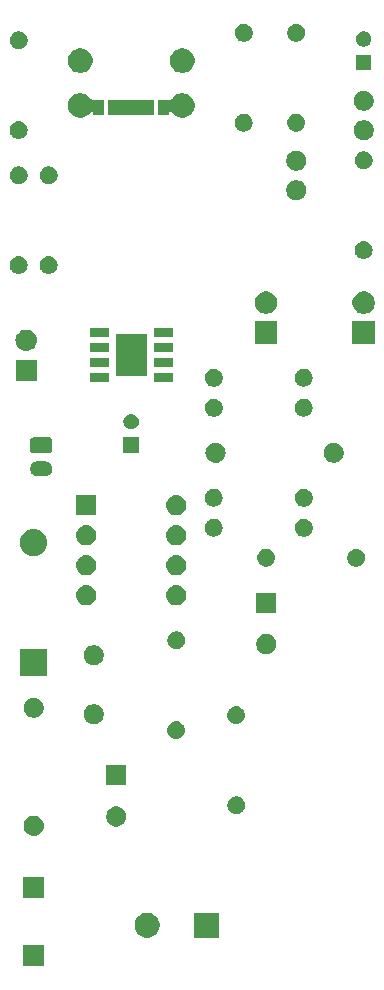
<source format=gbr>
G04 #@! TF.GenerationSoftware,KiCad,Pcbnew,(5.1.2)-2*
G04 #@! TF.CreationDate,2019-08-13T00:16:00-07:00*
G04 #@! TF.ProjectId,PiPowerSystem,5069506f-7765-4725-9379-7374656d2e6b,rev?*
G04 #@! TF.SameCoordinates,Original*
G04 #@! TF.FileFunction,Soldermask,Top*
G04 #@! TF.FilePolarity,Negative*
%FSLAX46Y46*%
G04 Gerber Fmt 4.6, Leading zero omitted, Abs format (unit mm)*
G04 Created by KiCad (PCBNEW (5.1.2)-2) date 2019-08-13 00:16:00*
%MOMM*%
%LPD*%
G04 APERTURE LIST*
%ADD10C,0.100000*%
G04 APERTURE END LIST*
D10*
G36*
X130441000Y-140601000D02*
G01*
X128639000Y-140601000D01*
X128639000Y-138799000D01*
X130441000Y-138799000D01*
X130441000Y-140601000D01*
X130441000Y-140601000D01*
G37*
G36*
X145196000Y-138211000D02*
G01*
X143094000Y-138211000D01*
X143094000Y-136109000D01*
X145196000Y-136109000D01*
X145196000Y-138211000D01*
X145196000Y-138211000D01*
G37*
G36*
X139451564Y-136149389D02*
G01*
X139642833Y-136228615D01*
X139642835Y-136228616D01*
X139814973Y-136343635D01*
X139961365Y-136490027D01*
X140076385Y-136662167D01*
X140155611Y-136853436D01*
X140196000Y-137056484D01*
X140196000Y-137263516D01*
X140155611Y-137466564D01*
X140076385Y-137657833D01*
X140076384Y-137657835D01*
X139961365Y-137829973D01*
X139814973Y-137976365D01*
X139642835Y-138091384D01*
X139642834Y-138091385D01*
X139642833Y-138091385D01*
X139451564Y-138170611D01*
X139248516Y-138211000D01*
X139041484Y-138211000D01*
X138838436Y-138170611D01*
X138647167Y-138091385D01*
X138647166Y-138091385D01*
X138647165Y-138091384D01*
X138475027Y-137976365D01*
X138328635Y-137829973D01*
X138213616Y-137657835D01*
X138213615Y-137657833D01*
X138134389Y-137466564D01*
X138094000Y-137263516D01*
X138094000Y-137056484D01*
X138134389Y-136853436D01*
X138213615Y-136662167D01*
X138328635Y-136490027D01*
X138475027Y-136343635D01*
X138647165Y-136228616D01*
X138647167Y-136228615D01*
X138838436Y-136149389D01*
X139041484Y-136109000D01*
X139248516Y-136109000D01*
X139451564Y-136149389D01*
X139451564Y-136149389D01*
G37*
G36*
X130441000Y-134886000D02*
G01*
X128639000Y-134886000D01*
X128639000Y-133084000D01*
X130441000Y-133084000D01*
X130441000Y-134886000D01*
X130441000Y-134886000D01*
G37*
G36*
X129706823Y-127906313D02*
G01*
X129867242Y-127954976D01*
X129999906Y-128025886D01*
X130015078Y-128033996D01*
X130144659Y-128140341D01*
X130251004Y-128269922D01*
X130251005Y-128269924D01*
X130330024Y-128417758D01*
X130378687Y-128578177D01*
X130395117Y-128745000D01*
X130378687Y-128911823D01*
X130330024Y-129072242D01*
X130259114Y-129204906D01*
X130251004Y-129220078D01*
X130144659Y-129349659D01*
X130015078Y-129456004D01*
X130015076Y-129456005D01*
X129867242Y-129535024D01*
X129706823Y-129583687D01*
X129581804Y-129596000D01*
X129498196Y-129596000D01*
X129373177Y-129583687D01*
X129212758Y-129535024D01*
X129064924Y-129456005D01*
X129064922Y-129456004D01*
X128935341Y-129349659D01*
X128828996Y-129220078D01*
X128820886Y-129204906D01*
X128749976Y-129072242D01*
X128701313Y-128911823D01*
X128684883Y-128745000D01*
X128701313Y-128578177D01*
X128749976Y-128417758D01*
X128828995Y-128269924D01*
X128828996Y-128269922D01*
X128935341Y-128140341D01*
X129064922Y-128033996D01*
X129080094Y-128025886D01*
X129212758Y-127954976D01*
X129373177Y-127906313D01*
X129498196Y-127894000D01*
X129581804Y-127894000D01*
X129706823Y-127906313D01*
X129706823Y-127906313D01*
G37*
G36*
X136773228Y-127141703D02*
G01*
X136928100Y-127205853D01*
X137067481Y-127298985D01*
X137186015Y-127417519D01*
X137279147Y-127556900D01*
X137343297Y-127711772D01*
X137376000Y-127876184D01*
X137376000Y-128043816D01*
X137343297Y-128208228D01*
X137279147Y-128363100D01*
X137186015Y-128502481D01*
X137067481Y-128621015D01*
X136928100Y-128714147D01*
X136773228Y-128778297D01*
X136608816Y-128811000D01*
X136441184Y-128811000D01*
X136276772Y-128778297D01*
X136121900Y-128714147D01*
X135982519Y-128621015D01*
X135863985Y-128502481D01*
X135770853Y-128363100D01*
X135706703Y-128208228D01*
X135674000Y-128043816D01*
X135674000Y-127876184D01*
X135706703Y-127711772D01*
X135770853Y-127556900D01*
X135863985Y-127417519D01*
X135982519Y-127298985D01*
X136121900Y-127205853D01*
X136276772Y-127141703D01*
X136441184Y-127109000D01*
X136608816Y-127109000D01*
X136773228Y-127141703D01*
X136773228Y-127141703D01*
G37*
G36*
X146904059Y-126277860D02*
G01*
X147040732Y-126334472D01*
X147163735Y-126416660D01*
X147268340Y-126521265D01*
X147268341Y-126521267D01*
X147350529Y-126644270D01*
X147407140Y-126780941D01*
X147436000Y-126926032D01*
X147436000Y-127073968D01*
X147407140Y-127219059D01*
X147374034Y-127298985D01*
X147350528Y-127355732D01*
X147268340Y-127478735D01*
X147163735Y-127583340D01*
X147040732Y-127665528D01*
X147040731Y-127665529D01*
X147040730Y-127665529D01*
X146904059Y-127722140D01*
X146758968Y-127751000D01*
X146611032Y-127751000D01*
X146465941Y-127722140D01*
X146329270Y-127665529D01*
X146329269Y-127665529D01*
X146329268Y-127665528D01*
X146206265Y-127583340D01*
X146101660Y-127478735D01*
X146019472Y-127355732D01*
X145995967Y-127298985D01*
X145962860Y-127219059D01*
X145934000Y-127073968D01*
X145934000Y-126926032D01*
X145962860Y-126780941D01*
X146019471Y-126644270D01*
X146101659Y-126521267D01*
X146101660Y-126521265D01*
X146206265Y-126416660D01*
X146329268Y-126334472D01*
X146465941Y-126277860D01*
X146611032Y-126249000D01*
X146758968Y-126249000D01*
X146904059Y-126277860D01*
X146904059Y-126277860D01*
G37*
G36*
X137376000Y-125311000D02*
G01*
X135674000Y-125311000D01*
X135674000Y-123609000D01*
X137376000Y-123609000D01*
X137376000Y-125311000D01*
X137376000Y-125311000D01*
G37*
G36*
X141678665Y-119902622D02*
G01*
X141752222Y-119909867D01*
X141893786Y-119952810D01*
X142024252Y-120022546D01*
X142054040Y-120046992D01*
X142138607Y-120116393D01*
X142208008Y-120200960D01*
X142232454Y-120230748D01*
X142302190Y-120361214D01*
X142345133Y-120502778D01*
X142359633Y-120650000D01*
X142345133Y-120797222D01*
X142302190Y-120938786D01*
X142232454Y-121069252D01*
X142208008Y-121099040D01*
X142138607Y-121183607D01*
X142054040Y-121253008D01*
X142024252Y-121277454D01*
X141893786Y-121347190D01*
X141752222Y-121390133D01*
X141678665Y-121397378D01*
X141641888Y-121401000D01*
X141568112Y-121401000D01*
X141531335Y-121397378D01*
X141457778Y-121390133D01*
X141316214Y-121347190D01*
X141185748Y-121277454D01*
X141155960Y-121253008D01*
X141071393Y-121183607D01*
X141001992Y-121099040D01*
X140977546Y-121069252D01*
X140907810Y-120938786D01*
X140864867Y-120797222D01*
X140850367Y-120650000D01*
X140864867Y-120502778D01*
X140907810Y-120361214D01*
X140977546Y-120230748D01*
X141001992Y-120200960D01*
X141071393Y-120116393D01*
X141155960Y-120046992D01*
X141185748Y-120022546D01*
X141316214Y-119952810D01*
X141457778Y-119909867D01*
X141531335Y-119902622D01*
X141568112Y-119899000D01*
X141641888Y-119899000D01*
X141678665Y-119902622D01*
X141678665Y-119902622D01*
G37*
G36*
X134868228Y-118481703D02*
G01*
X135023100Y-118545853D01*
X135162481Y-118638985D01*
X135281015Y-118757519D01*
X135374147Y-118896900D01*
X135438297Y-119051772D01*
X135471000Y-119216184D01*
X135471000Y-119383816D01*
X135438297Y-119548228D01*
X135374147Y-119703100D01*
X135281015Y-119842481D01*
X135162481Y-119961015D01*
X135023100Y-120054147D01*
X134868228Y-120118297D01*
X134703816Y-120151000D01*
X134536184Y-120151000D01*
X134371772Y-120118297D01*
X134216900Y-120054147D01*
X134077519Y-119961015D01*
X133958985Y-119842481D01*
X133865853Y-119703100D01*
X133801703Y-119548228D01*
X133769000Y-119383816D01*
X133769000Y-119216184D01*
X133801703Y-119051772D01*
X133865853Y-118896900D01*
X133958985Y-118757519D01*
X134077519Y-118638985D01*
X134216900Y-118545853D01*
X134371772Y-118481703D01*
X134536184Y-118449000D01*
X134703816Y-118449000D01*
X134868228Y-118481703D01*
X134868228Y-118481703D01*
G37*
G36*
X146758665Y-118632622D02*
G01*
X146832222Y-118639867D01*
X146973786Y-118682810D01*
X147104252Y-118752546D01*
X147134040Y-118776992D01*
X147218607Y-118846393D01*
X147260058Y-118896903D01*
X147312454Y-118960748D01*
X147382190Y-119091214D01*
X147425133Y-119232778D01*
X147439633Y-119380000D01*
X147425133Y-119527222D01*
X147382190Y-119668786D01*
X147312454Y-119799252D01*
X147288008Y-119829040D01*
X147218607Y-119913607D01*
X147134040Y-119983008D01*
X147104252Y-120007454D01*
X146973786Y-120077190D01*
X146832222Y-120120133D01*
X146758665Y-120127378D01*
X146721888Y-120131000D01*
X146648112Y-120131000D01*
X146611335Y-120127378D01*
X146537778Y-120120133D01*
X146396214Y-120077190D01*
X146265748Y-120007454D01*
X146235960Y-119983008D01*
X146151393Y-119913607D01*
X146081992Y-119829040D01*
X146057546Y-119799252D01*
X145987810Y-119668786D01*
X145944867Y-119527222D01*
X145930367Y-119380000D01*
X145944867Y-119232778D01*
X145987810Y-119091214D01*
X146057546Y-118960748D01*
X146109942Y-118896903D01*
X146151393Y-118846393D01*
X146235960Y-118776992D01*
X146265748Y-118752546D01*
X146396214Y-118682810D01*
X146537778Y-118639867D01*
X146611335Y-118632622D01*
X146648112Y-118629000D01*
X146721888Y-118629000D01*
X146758665Y-118632622D01*
X146758665Y-118632622D01*
G37*
G36*
X129788228Y-117926703D02*
G01*
X129943100Y-117990853D01*
X130082481Y-118083985D01*
X130201015Y-118202519D01*
X130294147Y-118341900D01*
X130358297Y-118496772D01*
X130391000Y-118661184D01*
X130391000Y-118828816D01*
X130358297Y-118993228D01*
X130294147Y-119148100D01*
X130201015Y-119287481D01*
X130082481Y-119406015D01*
X129943100Y-119499147D01*
X129788228Y-119563297D01*
X129623816Y-119596000D01*
X129456184Y-119596000D01*
X129291772Y-119563297D01*
X129136900Y-119499147D01*
X128997519Y-119406015D01*
X128878985Y-119287481D01*
X128785853Y-119148100D01*
X128721703Y-118993228D01*
X128689000Y-118828816D01*
X128689000Y-118661184D01*
X128721703Y-118496772D01*
X128785853Y-118341900D01*
X128878985Y-118202519D01*
X128997519Y-118083985D01*
X129136900Y-117990853D01*
X129291772Y-117926703D01*
X129456184Y-117894000D01*
X129623816Y-117894000D01*
X129788228Y-117926703D01*
X129788228Y-117926703D01*
G37*
G36*
X130691000Y-116086000D02*
G01*
X128389000Y-116086000D01*
X128389000Y-113784000D01*
X130691000Y-113784000D01*
X130691000Y-116086000D01*
X130691000Y-116086000D01*
G37*
G36*
X134868228Y-113481703D02*
G01*
X135023100Y-113545853D01*
X135162481Y-113638985D01*
X135281015Y-113757519D01*
X135374147Y-113896900D01*
X135438297Y-114051772D01*
X135471000Y-114216184D01*
X135471000Y-114383816D01*
X135438297Y-114548228D01*
X135374147Y-114703100D01*
X135281015Y-114842481D01*
X135162481Y-114961015D01*
X135023100Y-115054147D01*
X134868228Y-115118297D01*
X134703816Y-115151000D01*
X134536184Y-115151000D01*
X134371772Y-115118297D01*
X134216900Y-115054147D01*
X134077519Y-114961015D01*
X133958985Y-114842481D01*
X133865853Y-114703100D01*
X133801703Y-114548228D01*
X133769000Y-114383816D01*
X133769000Y-114216184D01*
X133801703Y-114051772D01*
X133865853Y-113896900D01*
X133958985Y-113757519D01*
X134077519Y-113638985D01*
X134216900Y-113545853D01*
X134371772Y-113481703D01*
X134536184Y-113449000D01*
X134703816Y-113449000D01*
X134868228Y-113481703D01*
X134868228Y-113481703D01*
G37*
G36*
X149473228Y-112536703D02*
G01*
X149628100Y-112600853D01*
X149767481Y-112693985D01*
X149886015Y-112812519D01*
X149979147Y-112951900D01*
X150043297Y-113106772D01*
X150076000Y-113271184D01*
X150076000Y-113438816D01*
X150043297Y-113603228D01*
X149979147Y-113758100D01*
X149886015Y-113897481D01*
X149767481Y-114016015D01*
X149628100Y-114109147D01*
X149473228Y-114173297D01*
X149308816Y-114206000D01*
X149141184Y-114206000D01*
X148976772Y-114173297D01*
X148821900Y-114109147D01*
X148682519Y-114016015D01*
X148563985Y-113897481D01*
X148470853Y-113758100D01*
X148406703Y-113603228D01*
X148374000Y-113438816D01*
X148374000Y-113271184D01*
X148406703Y-113106772D01*
X148470853Y-112951900D01*
X148563985Y-112812519D01*
X148682519Y-112693985D01*
X148821900Y-112600853D01*
X148976772Y-112536703D01*
X149141184Y-112504000D01*
X149308816Y-112504000D01*
X149473228Y-112536703D01*
X149473228Y-112536703D01*
G37*
G36*
X141824059Y-112307860D02*
G01*
X141960732Y-112364472D01*
X142083735Y-112446660D01*
X142188340Y-112551265D01*
X142270528Y-112674268D01*
X142270529Y-112674270D01*
X142327140Y-112810941D01*
X142356000Y-112956032D01*
X142356000Y-113103968D01*
X142327140Y-113249059D01*
X142317976Y-113271184D01*
X142270528Y-113385732D01*
X142188340Y-113508735D01*
X142083735Y-113613340D01*
X141960732Y-113695528D01*
X141960731Y-113695529D01*
X141960730Y-113695529D01*
X141824059Y-113752140D01*
X141678968Y-113781000D01*
X141531032Y-113781000D01*
X141385941Y-113752140D01*
X141249270Y-113695529D01*
X141249269Y-113695529D01*
X141249268Y-113695528D01*
X141126265Y-113613340D01*
X141021660Y-113508735D01*
X140939472Y-113385732D01*
X140892025Y-113271184D01*
X140882860Y-113249059D01*
X140854000Y-113103968D01*
X140854000Y-112956032D01*
X140882860Y-112810941D01*
X140939471Y-112674270D01*
X140939472Y-112674268D01*
X141021660Y-112551265D01*
X141126265Y-112446660D01*
X141249268Y-112364472D01*
X141385941Y-112307860D01*
X141531032Y-112279000D01*
X141678968Y-112279000D01*
X141824059Y-112307860D01*
X141824059Y-112307860D01*
G37*
G36*
X150076000Y-110706000D02*
G01*
X148374000Y-110706000D01*
X148374000Y-109004000D01*
X150076000Y-109004000D01*
X150076000Y-110706000D01*
X150076000Y-110706000D01*
G37*
G36*
X134151823Y-108381313D02*
G01*
X134312242Y-108429976D01*
X134444906Y-108500886D01*
X134460078Y-108508996D01*
X134589659Y-108615341D01*
X134696004Y-108744922D01*
X134696005Y-108744924D01*
X134775024Y-108892758D01*
X134823687Y-109053177D01*
X134840117Y-109220000D01*
X134823687Y-109386823D01*
X134775024Y-109547242D01*
X134704114Y-109679906D01*
X134696004Y-109695078D01*
X134589659Y-109824659D01*
X134460078Y-109931004D01*
X134460076Y-109931005D01*
X134312242Y-110010024D01*
X134151823Y-110058687D01*
X134026804Y-110071000D01*
X133943196Y-110071000D01*
X133818177Y-110058687D01*
X133657758Y-110010024D01*
X133509924Y-109931005D01*
X133509922Y-109931004D01*
X133380341Y-109824659D01*
X133273996Y-109695078D01*
X133265886Y-109679906D01*
X133194976Y-109547242D01*
X133146313Y-109386823D01*
X133129883Y-109220000D01*
X133146313Y-109053177D01*
X133194976Y-108892758D01*
X133273995Y-108744924D01*
X133273996Y-108744922D01*
X133380341Y-108615341D01*
X133509922Y-108508996D01*
X133525094Y-108500886D01*
X133657758Y-108429976D01*
X133818177Y-108381313D01*
X133943196Y-108369000D01*
X134026804Y-108369000D01*
X134151823Y-108381313D01*
X134151823Y-108381313D01*
G37*
G36*
X141771823Y-108381313D02*
G01*
X141932242Y-108429976D01*
X142064906Y-108500886D01*
X142080078Y-108508996D01*
X142209659Y-108615341D01*
X142316004Y-108744922D01*
X142316005Y-108744924D01*
X142395024Y-108892758D01*
X142443687Y-109053177D01*
X142460117Y-109220000D01*
X142443687Y-109386823D01*
X142395024Y-109547242D01*
X142324114Y-109679906D01*
X142316004Y-109695078D01*
X142209659Y-109824659D01*
X142080078Y-109931004D01*
X142080076Y-109931005D01*
X141932242Y-110010024D01*
X141771823Y-110058687D01*
X141646804Y-110071000D01*
X141563196Y-110071000D01*
X141438177Y-110058687D01*
X141277758Y-110010024D01*
X141129924Y-109931005D01*
X141129922Y-109931004D01*
X141000341Y-109824659D01*
X140893996Y-109695078D01*
X140885886Y-109679906D01*
X140814976Y-109547242D01*
X140766313Y-109386823D01*
X140749883Y-109220000D01*
X140766313Y-109053177D01*
X140814976Y-108892758D01*
X140893995Y-108744924D01*
X140893996Y-108744922D01*
X141000341Y-108615341D01*
X141129922Y-108508996D01*
X141145094Y-108500886D01*
X141277758Y-108429976D01*
X141438177Y-108381313D01*
X141563196Y-108369000D01*
X141646804Y-108369000D01*
X141771823Y-108381313D01*
X141771823Y-108381313D01*
G37*
G36*
X134151823Y-105841313D02*
G01*
X134312242Y-105889976D01*
X134379638Y-105926000D01*
X134460078Y-105968996D01*
X134589659Y-106075341D01*
X134696004Y-106204922D01*
X134696005Y-106204924D01*
X134775024Y-106352758D01*
X134823687Y-106513177D01*
X134840117Y-106680000D01*
X134823687Y-106846823D01*
X134775024Y-107007242D01*
X134704114Y-107139906D01*
X134696004Y-107155078D01*
X134589659Y-107284659D01*
X134460078Y-107391004D01*
X134460076Y-107391005D01*
X134312242Y-107470024D01*
X134151823Y-107518687D01*
X134026804Y-107531000D01*
X133943196Y-107531000D01*
X133818177Y-107518687D01*
X133657758Y-107470024D01*
X133509924Y-107391005D01*
X133509922Y-107391004D01*
X133380341Y-107284659D01*
X133273996Y-107155078D01*
X133265886Y-107139906D01*
X133194976Y-107007242D01*
X133146313Y-106846823D01*
X133129883Y-106680000D01*
X133146313Y-106513177D01*
X133194976Y-106352758D01*
X133273995Y-106204924D01*
X133273996Y-106204922D01*
X133380341Y-106075341D01*
X133509922Y-105968996D01*
X133590362Y-105926000D01*
X133657758Y-105889976D01*
X133818177Y-105841313D01*
X133943196Y-105829000D01*
X134026804Y-105829000D01*
X134151823Y-105841313D01*
X134151823Y-105841313D01*
G37*
G36*
X141771823Y-105841313D02*
G01*
X141932242Y-105889976D01*
X141999638Y-105926000D01*
X142080078Y-105968996D01*
X142209659Y-106075341D01*
X142316004Y-106204922D01*
X142316005Y-106204924D01*
X142395024Y-106352758D01*
X142443687Y-106513177D01*
X142460117Y-106680000D01*
X142443687Y-106846823D01*
X142395024Y-107007242D01*
X142324114Y-107139906D01*
X142316004Y-107155078D01*
X142209659Y-107284659D01*
X142080078Y-107391004D01*
X142080076Y-107391005D01*
X141932242Y-107470024D01*
X141771823Y-107518687D01*
X141646804Y-107531000D01*
X141563196Y-107531000D01*
X141438177Y-107518687D01*
X141277758Y-107470024D01*
X141129924Y-107391005D01*
X141129922Y-107391004D01*
X141000341Y-107284659D01*
X140893996Y-107155078D01*
X140885886Y-107139906D01*
X140814976Y-107007242D01*
X140766313Y-106846823D01*
X140749883Y-106680000D01*
X140766313Y-106513177D01*
X140814976Y-106352758D01*
X140893995Y-106204924D01*
X140893996Y-106204922D01*
X141000341Y-106075341D01*
X141129922Y-105968996D01*
X141210362Y-105926000D01*
X141277758Y-105889976D01*
X141438177Y-105841313D01*
X141563196Y-105829000D01*
X141646804Y-105829000D01*
X141771823Y-105841313D01*
X141771823Y-105841313D01*
G37*
G36*
X157064059Y-105322860D02*
G01*
X157124294Y-105347810D01*
X157200732Y-105379472D01*
X157323735Y-105461660D01*
X157428340Y-105566265D01*
X157510528Y-105689268D01*
X157510529Y-105689270D01*
X157567140Y-105825941D01*
X157596000Y-105971032D01*
X157596000Y-106118968D01*
X157567140Y-106264059D01*
X157510528Y-106400732D01*
X157428340Y-106523735D01*
X157323735Y-106628340D01*
X157200732Y-106710528D01*
X157200731Y-106710529D01*
X157200730Y-106710529D01*
X157064059Y-106767140D01*
X156918968Y-106796000D01*
X156771032Y-106796000D01*
X156625941Y-106767140D01*
X156489270Y-106710529D01*
X156489269Y-106710529D01*
X156489268Y-106710528D01*
X156366265Y-106628340D01*
X156261660Y-106523735D01*
X156179472Y-106400732D01*
X156122860Y-106264059D01*
X156094000Y-106118968D01*
X156094000Y-105971032D01*
X156122860Y-105825941D01*
X156179471Y-105689270D01*
X156179472Y-105689268D01*
X156261660Y-105566265D01*
X156366265Y-105461660D01*
X156489268Y-105379472D01*
X156565707Y-105347810D01*
X156625941Y-105322860D01*
X156771032Y-105294000D01*
X156918968Y-105294000D01*
X157064059Y-105322860D01*
X157064059Y-105322860D01*
G37*
G36*
X149298665Y-105297622D02*
G01*
X149372222Y-105304867D01*
X149513786Y-105347810D01*
X149644252Y-105417546D01*
X149674040Y-105441992D01*
X149758607Y-105511393D01*
X149825429Y-105592818D01*
X149852454Y-105625748D01*
X149922190Y-105756214D01*
X149965133Y-105897778D01*
X149979633Y-106045000D01*
X149965133Y-106192222D01*
X149922190Y-106333786D01*
X149852454Y-106464252D01*
X149828008Y-106494040D01*
X149758607Y-106578607D01*
X149698004Y-106628341D01*
X149644252Y-106672454D01*
X149513786Y-106742190D01*
X149372222Y-106785133D01*
X149298665Y-106792378D01*
X149261888Y-106796000D01*
X149188112Y-106796000D01*
X149151335Y-106792378D01*
X149077778Y-106785133D01*
X148936214Y-106742190D01*
X148805748Y-106672454D01*
X148751996Y-106628341D01*
X148691393Y-106578607D01*
X148621992Y-106494040D01*
X148597546Y-106464252D01*
X148527810Y-106333786D01*
X148484867Y-106192222D01*
X148470367Y-106045000D01*
X148484867Y-105897778D01*
X148527810Y-105756214D01*
X148597546Y-105625748D01*
X148624571Y-105592818D01*
X148691393Y-105511393D01*
X148775960Y-105441992D01*
X148805748Y-105417546D01*
X148936214Y-105347810D01*
X149077778Y-105304867D01*
X149151335Y-105297622D01*
X149188112Y-105294000D01*
X149261888Y-105294000D01*
X149298665Y-105297622D01*
X149298665Y-105297622D01*
G37*
G36*
X129709271Y-103635103D02*
G01*
X129765635Y-103640654D01*
X129982600Y-103706470D01*
X129982602Y-103706471D01*
X130182555Y-103813347D01*
X130357818Y-103957182D01*
X130501653Y-104132445D01*
X130594859Y-104306823D01*
X130608530Y-104332400D01*
X130674346Y-104549365D01*
X130696569Y-104775000D01*
X130681301Y-104930024D01*
X130674346Y-105000634D01*
X130608529Y-105217602D01*
X130501653Y-105417555D01*
X130357818Y-105592818D01*
X130182555Y-105736653D01*
X130015507Y-105825941D01*
X129982600Y-105843530D01*
X129765635Y-105909346D01*
X129709271Y-105914897D01*
X129596545Y-105926000D01*
X129483455Y-105926000D01*
X129370729Y-105914897D01*
X129314365Y-105909346D01*
X129097400Y-105843530D01*
X129064493Y-105825941D01*
X128897445Y-105736653D01*
X128722182Y-105592818D01*
X128578347Y-105417555D01*
X128471471Y-105217602D01*
X128405654Y-105000634D01*
X128398700Y-104930024D01*
X128383431Y-104775000D01*
X128405654Y-104549365D01*
X128471470Y-104332400D01*
X128485141Y-104306823D01*
X128578347Y-104132445D01*
X128722182Y-103957182D01*
X128897445Y-103813347D01*
X129097398Y-103706471D01*
X129097400Y-103706470D01*
X129314365Y-103640654D01*
X129370729Y-103635103D01*
X129483455Y-103624000D01*
X129596545Y-103624000D01*
X129709271Y-103635103D01*
X129709271Y-103635103D01*
G37*
G36*
X134151823Y-103301313D02*
G01*
X134312242Y-103349976D01*
X134444906Y-103420886D01*
X134460078Y-103428996D01*
X134589659Y-103535341D01*
X134696004Y-103664922D01*
X134696005Y-103664924D01*
X134775024Y-103812758D01*
X134823687Y-103973177D01*
X134840117Y-104140000D01*
X134823687Y-104306823D01*
X134775024Y-104467242D01*
X134731128Y-104549365D01*
X134696004Y-104615078D01*
X134589659Y-104744659D01*
X134460078Y-104851004D01*
X134460076Y-104851005D01*
X134312242Y-104930024D01*
X134151823Y-104978687D01*
X134026804Y-104991000D01*
X133943196Y-104991000D01*
X133818177Y-104978687D01*
X133657758Y-104930024D01*
X133509924Y-104851005D01*
X133509922Y-104851004D01*
X133380341Y-104744659D01*
X133273996Y-104615078D01*
X133238872Y-104549365D01*
X133194976Y-104467242D01*
X133146313Y-104306823D01*
X133129883Y-104140000D01*
X133146313Y-103973177D01*
X133194976Y-103812758D01*
X133273995Y-103664924D01*
X133273996Y-103664922D01*
X133380341Y-103535341D01*
X133509922Y-103428996D01*
X133525094Y-103420886D01*
X133657758Y-103349976D01*
X133818177Y-103301313D01*
X133943196Y-103289000D01*
X134026804Y-103289000D01*
X134151823Y-103301313D01*
X134151823Y-103301313D01*
G37*
G36*
X141771823Y-103301313D02*
G01*
X141932242Y-103349976D01*
X142064906Y-103420886D01*
X142080078Y-103428996D01*
X142209659Y-103535341D01*
X142316004Y-103664922D01*
X142316005Y-103664924D01*
X142395024Y-103812758D01*
X142443687Y-103973177D01*
X142460117Y-104140000D01*
X142443687Y-104306823D01*
X142395024Y-104467242D01*
X142351128Y-104549365D01*
X142316004Y-104615078D01*
X142209659Y-104744659D01*
X142080078Y-104851004D01*
X142080076Y-104851005D01*
X141932242Y-104930024D01*
X141771823Y-104978687D01*
X141646804Y-104991000D01*
X141563196Y-104991000D01*
X141438177Y-104978687D01*
X141277758Y-104930024D01*
X141129924Y-104851005D01*
X141129922Y-104851004D01*
X141000341Y-104744659D01*
X140893996Y-104615078D01*
X140858872Y-104549365D01*
X140814976Y-104467242D01*
X140766313Y-104306823D01*
X140749883Y-104140000D01*
X140766313Y-103973177D01*
X140814976Y-103812758D01*
X140893995Y-103664924D01*
X140893996Y-103664922D01*
X141000341Y-103535341D01*
X141129922Y-103428996D01*
X141145094Y-103420886D01*
X141277758Y-103349976D01*
X141438177Y-103301313D01*
X141563196Y-103289000D01*
X141646804Y-103289000D01*
X141771823Y-103301313D01*
X141771823Y-103301313D01*
G37*
G36*
X152619059Y-102782860D02*
G01*
X152679294Y-102807810D01*
X152755732Y-102839472D01*
X152878735Y-102921660D01*
X152983340Y-103026265D01*
X153065528Y-103149268D01*
X153065529Y-103149270D01*
X153122140Y-103285941D01*
X153151000Y-103431032D01*
X153151000Y-103578968D01*
X153125639Y-103706470D01*
X153122140Y-103724059D01*
X153065528Y-103860732D01*
X152983340Y-103983735D01*
X152878735Y-104088340D01*
X152755732Y-104170528D01*
X152755731Y-104170529D01*
X152755730Y-104170529D01*
X152619059Y-104227140D01*
X152473968Y-104256000D01*
X152326032Y-104256000D01*
X152180941Y-104227140D01*
X152044270Y-104170529D01*
X152044269Y-104170529D01*
X152044268Y-104170528D01*
X151921265Y-104088340D01*
X151816660Y-103983735D01*
X151734472Y-103860732D01*
X151677860Y-103724059D01*
X151674361Y-103706470D01*
X151649000Y-103578968D01*
X151649000Y-103431032D01*
X151677860Y-103285941D01*
X151734471Y-103149270D01*
X151734472Y-103149268D01*
X151816660Y-103026265D01*
X151921265Y-102921660D01*
X152044268Y-102839472D01*
X152120707Y-102807810D01*
X152180941Y-102782860D01*
X152326032Y-102754000D01*
X152473968Y-102754000D01*
X152619059Y-102782860D01*
X152619059Y-102782860D01*
G37*
G36*
X144853665Y-102757622D02*
G01*
X144927222Y-102764867D01*
X145068786Y-102807810D01*
X145199252Y-102877546D01*
X145229040Y-102901992D01*
X145313607Y-102971393D01*
X145383008Y-103055960D01*
X145407454Y-103085748D01*
X145477190Y-103216214D01*
X145520133Y-103357778D01*
X145534633Y-103505000D01*
X145520133Y-103652222D01*
X145477190Y-103793786D01*
X145407454Y-103924252D01*
X145383008Y-103954040D01*
X145313607Y-104038607D01*
X145253004Y-104088341D01*
X145199252Y-104132454D01*
X145068786Y-104202190D01*
X144927222Y-104245133D01*
X144853665Y-104252378D01*
X144816888Y-104256000D01*
X144743112Y-104256000D01*
X144706335Y-104252378D01*
X144632778Y-104245133D01*
X144491214Y-104202190D01*
X144360748Y-104132454D01*
X144306996Y-104088341D01*
X144246393Y-104038607D01*
X144176992Y-103954040D01*
X144152546Y-103924252D01*
X144082810Y-103793786D01*
X144039867Y-103652222D01*
X144025367Y-103505000D01*
X144039867Y-103357778D01*
X144082810Y-103216214D01*
X144152546Y-103085748D01*
X144176992Y-103055960D01*
X144246393Y-102971393D01*
X144330960Y-102901992D01*
X144360748Y-102877546D01*
X144491214Y-102807810D01*
X144632778Y-102764867D01*
X144706335Y-102757622D01*
X144743112Y-102754000D01*
X144816888Y-102754000D01*
X144853665Y-102757622D01*
X144853665Y-102757622D01*
G37*
G36*
X134836000Y-102451000D02*
G01*
X133134000Y-102451000D01*
X133134000Y-100749000D01*
X134836000Y-100749000D01*
X134836000Y-102451000D01*
X134836000Y-102451000D01*
G37*
G36*
X141771823Y-100761313D02*
G01*
X141932242Y-100809976D01*
X142064906Y-100880886D01*
X142080078Y-100888996D01*
X142209659Y-100995341D01*
X142316004Y-101124922D01*
X142316005Y-101124924D01*
X142395024Y-101272758D01*
X142443687Y-101433177D01*
X142460117Y-101600000D01*
X142443687Y-101766823D01*
X142395024Y-101927242D01*
X142324114Y-102059906D01*
X142316004Y-102075078D01*
X142209659Y-102204659D01*
X142080078Y-102311004D01*
X142080076Y-102311005D01*
X141932242Y-102390024D01*
X141771823Y-102438687D01*
X141646804Y-102451000D01*
X141563196Y-102451000D01*
X141438177Y-102438687D01*
X141277758Y-102390024D01*
X141129924Y-102311005D01*
X141129922Y-102311004D01*
X141000341Y-102204659D01*
X140893996Y-102075078D01*
X140885886Y-102059906D01*
X140814976Y-101927242D01*
X140766313Y-101766823D01*
X140749883Y-101600000D01*
X140766313Y-101433177D01*
X140814976Y-101272758D01*
X140893995Y-101124924D01*
X140893996Y-101124922D01*
X141000341Y-100995341D01*
X141129922Y-100888996D01*
X141145094Y-100880886D01*
X141277758Y-100809976D01*
X141438177Y-100761313D01*
X141563196Y-100749000D01*
X141646804Y-100749000D01*
X141771823Y-100761313D01*
X141771823Y-100761313D01*
G37*
G36*
X152619059Y-100242860D02*
G01*
X152679294Y-100267810D01*
X152755732Y-100299472D01*
X152878735Y-100381660D01*
X152983340Y-100486265D01*
X153065528Y-100609268D01*
X153065529Y-100609270D01*
X153122140Y-100745941D01*
X153151000Y-100891032D01*
X153151000Y-101038968D01*
X153122140Y-101184059D01*
X153065528Y-101320732D01*
X152983340Y-101443735D01*
X152878735Y-101548340D01*
X152755732Y-101630528D01*
X152755731Y-101630529D01*
X152755730Y-101630529D01*
X152619059Y-101687140D01*
X152473968Y-101716000D01*
X152326032Y-101716000D01*
X152180941Y-101687140D01*
X152044270Y-101630529D01*
X152044269Y-101630529D01*
X152044268Y-101630528D01*
X151921265Y-101548340D01*
X151816660Y-101443735D01*
X151734472Y-101320732D01*
X151677860Y-101184059D01*
X151649000Y-101038968D01*
X151649000Y-100891032D01*
X151677860Y-100745941D01*
X151734471Y-100609270D01*
X151734472Y-100609268D01*
X151816660Y-100486265D01*
X151921265Y-100381660D01*
X152044268Y-100299472D01*
X152120707Y-100267810D01*
X152180941Y-100242860D01*
X152326032Y-100214000D01*
X152473968Y-100214000D01*
X152619059Y-100242860D01*
X152619059Y-100242860D01*
G37*
G36*
X144853665Y-100217622D02*
G01*
X144927222Y-100224867D01*
X145068786Y-100267810D01*
X145199252Y-100337546D01*
X145229040Y-100361992D01*
X145313607Y-100431393D01*
X145383008Y-100515960D01*
X145407454Y-100545748D01*
X145477190Y-100676214D01*
X145520133Y-100817778D01*
X145534633Y-100965000D01*
X145520133Y-101112222D01*
X145477190Y-101253786D01*
X145407454Y-101384252D01*
X145383008Y-101414040D01*
X145313607Y-101498607D01*
X145253004Y-101548341D01*
X145199252Y-101592454D01*
X145068786Y-101662190D01*
X144927222Y-101705133D01*
X144853665Y-101712378D01*
X144816888Y-101716000D01*
X144743112Y-101716000D01*
X144706335Y-101712378D01*
X144632778Y-101705133D01*
X144491214Y-101662190D01*
X144360748Y-101592454D01*
X144306996Y-101548341D01*
X144246393Y-101498607D01*
X144176992Y-101414040D01*
X144152546Y-101384252D01*
X144082810Y-101253786D01*
X144039867Y-101112222D01*
X144025367Y-100965000D01*
X144039867Y-100817778D01*
X144082810Y-100676214D01*
X144152546Y-100545748D01*
X144176992Y-100515960D01*
X144246393Y-100431393D01*
X144330960Y-100361992D01*
X144360748Y-100337546D01*
X144491214Y-100267810D01*
X144632778Y-100224867D01*
X144706335Y-100217622D01*
X144743112Y-100214000D01*
X144816888Y-100214000D01*
X144853665Y-100217622D01*
X144853665Y-100217622D01*
G37*
G36*
X130513855Y-97872140D02*
G01*
X130577618Y-97878420D01*
X130668404Y-97905960D01*
X130700336Y-97915646D01*
X130813425Y-97976094D01*
X130912554Y-98057446D01*
X130993906Y-98156575D01*
X131054354Y-98269664D01*
X131054355Y-98269668D01*
X131091580Y-98392382D01*
X131104149Y-98520000D01*
X131091580Y-98647618D01*
X131064040Y-98738404D01*
X131054354Y-98770336D01*
X130993906Y-98883425D01*
X130912554Y-98982554D01*
X130813425Y-99063906D01*
X130700336Y-99124354D01*
X130668404Y-99134040D01*
X130577618Y-99161580D01*
X130513855Y-99167860D01*
X130481974Y-99171000D01*
X129868026Y-99171000D01*
X129836145Y-99167860D01*
X129772382Y-99161580D01*
X129681596Y-99134040D01*
X129649664Y-99124354D01*
X129536575Y-99063906D01*
X129437446Y-98982554D01*
X129356094Y-98883425D01*
X129295646Y-98770336D01*
X129285960Y-98738404D01*
X129258420Y-98647618D01*
X129245851Y-98520000D01*
X129258420Y-98392382D01*
X129295645Y-98269668D01*
X129295646Y-98269664D01*
X129356094Y-98156575D01*
X129437446Y-98057446D01*
X129536575Y-97976094D01*
X129649664Y-97915646D01*
X129681596Y-97905960D01*
X129772382Y-97878420D01*
X129836145Y-97872140D01*
X129868026Y-97869000D01*
X130481974Y-97869000D01*
X130513855Y-97872140D01*
X130513855Y-97872140D01*
G37*
G36*
X155188228Y-96336703D02*
G01*
X155343100Y-96400853D01*
X155482481Y-96493985D01*
X155601015Y-96612519D01*
X155694147Y-96751900D01*
X155758297Y-96906772D01*
X155791000Y-97071184D01*
X155791000Y-97238816D01*
X155758297Y-97403228D01*
X155694147Y-97558100D01*
X155601015Y-97697481D01*
X155482481Y-97816015D01*
X155343100Y-97909147D01*
X155188228Y-97973297D01*
X155023816Y-98006000D01*
X154856184Y-98006000D01*
X154691772Y-97973297D01*
X154536900Y-97909147D01*
X154397519Y-97816015D01*
X154278985Y-97697481D01*
X154185853Y-97558100D01*
X154121703Y-97403228D01*
X154089000Y-97238816D01*
X154089000Y-97071184D01*
X154121703Y-96906772D01*
X154185853Y-96751900D01*
X154278985Y-96612519D01*
X154397519Y-96493985D01*
X154536900Y-96400853D01*
X154691772Y-96336703D01*
X154856184Y-96304000D01*
X155023816Y-96304000D01*
X155188228Y-96336703D01*
X155188228Y-96336703D01*
G37*
G36*
X145106823Y-96316313D02*
G01*
X145267242Y-96364976D01*
X145334361Y-96400852D01*
X145415078Y-96443996D01*
X145544659Y-96550341D01*
X145651004Y-96679922D01*
X145651005Y-96679924D01*
X145730024Y-96827758D01*
X145778687Y-96988177D01*
X145795117Y-97155000D01*
X145778687Y-97321823D01*
X145730024Y-97482242D01*
X145689477Y-97558100D01*
X145651004Y-97630078D01*
X145544659Y-97759659D01*
X145415078Y-97866004D01*
X145415076Y-97866005D01*
X145267242Y-97945024D01*
X145106823Y-97993687D01*
X144981804Y-98006000D01*
X144898196Y-98006000D01*
X144773177Y-97993687D01*
X144612758Y-97945024D01*
X144464924Y-97866005D01*
X144464922Y-97866004D01*
X144335341Y-97759659D01*
X144228996Y-97630078D01*
X144190523Y-97558100D01*
X144149976Y-97482242D01*
X144101313Y-97321823D01*
X144084883Y-97155000D01*
X144101313Y-96988177D01*
X144149976Y-96827758D01*
X144228995Y-96679924D01*
X144228996Y-96679922D01*
X144335341Y-96550341D01*
X144464922Y-96443996D01*
X144545639Y-96400852D01*
X144612758Y-96364976D01*
X144773177Y-96316313D01*
X144898196Y-96304000D01*
X144981804Y-96304000D01*
X145106823Y-96316313D01*
X145106823Y-96316313D01*
G37*
G36*
X138446000Y-97171000D02*
G01*
X137144000Y-97171000D01*
X137144000Y-95869000D01*
X138446000Y-95869000D01*
X138446000Y-97171000D01*
X138446000Y-97171000D01*
G37*
G36*
X130941242Y-95873404D02*
G01*
X130978337Y-95884657D01*
X131012515Y-95902925D01*
X131042481Y-95927519D01*
X131067075Y-95957485D01*
X131085343Y-95991663D01*
X131096596Y-96028758D01*
X131101000Y-96073474D01*
X131101000Y-96966526D01*
X131096596Y-97011242D01*
X131085343Y-97048337D01*
X131067075Y-97082515D01*
X131042481Y-97112481D01*
X131012515Y-97137075D01*
X130978337Y-97155343D01*
X130941242Y-97166596D01*
X130896526Y-97171000D01*
X129453474Y-97171000D01*
X129408758Y-97166596D01*
X129371663Y-97155343D01*
X129337485Y-97137075D01*
X129307519Y-97112481D01*
X129282925Y-97082515D01*
X129264657Y-97048337D01*
X129253404Y-97011242D01*
X129249000Y-96966526D01*
X129249000Y-96073474D01*
X129253404Y-96028758D01*
X129264657Y-95991663D01*
X129282925Y-95957485D01*
X129307519Y-95927519D01*
X129337485Y-95902925D01*
X129371663Y-95884657D01*
X129408758Y-95873404D01*
X129453474Y-95869000D01*
X130896526Y-95869000D01*
X130941242Y-95873404D01*
X130941242Y-95873404D01*
G37*
G36*
X137984890Y-93894017D02*
G01*
X138067753Y-93928340D01*
X138103364Y-93943091D01*
X138209988Y-94014335D01*
X138300665Y-94105012D01*
X138371909Y-94211636D01*
X138420983Y-94330110D01*
X138446000Y-94455882D01*
X138446000Y-94584118D01*
X138420983Y-94709890D01*
X138371909Y-94828364D01*
X138300665Y-94934988D01*
X138209988Y-95025665D01*
X138103364Y-95096909D01*
X138103363Y-95096910D01*
X138103362Y-95096910D01*
X137984890Y-95145983D01*
X137859119Y-95171000D01*
X137730881Y-95171000D01*
X137605110Y-95145983D01*
X137486638Y-95096910D01*
X137486637Y-95096910D01*
X137486636Y-95096909D01*
X137380012Y-95025665D01*
X137289335Y-94934988D01*
X137218091Y-94828364D01*
X137169017Y-94709890D01*
X137144000Y-94584118D01*
X137144000Y-94455882D01*
X137169017Y-94330110D01*
X137218091Y-94211636D01*
X137289335Y-94105012D01*
X137380012Y-94014335D01*
X137486636Y-93943091D01*
X137522248Y-93928340D01*
X137605110Y-93894017D01*
X137730881Y-93869000D01*
X137859119Y-93869000D01*
X137984890Y-93894017D01*
X137984890Y-93894017D01*
G37*
G36*
X152473665Y-92597622D02*
G01*
X152547222Y-92604867D01*
X152688786Y-92647810D01*
X152819252Y-92717546D01*
X152849040Y-92741992D01*
X152933607Y-92811393D01*
X153003008Y-92895960D01*
X153027454Y-92925748D01*
X153097190Y-93056214D01*
X153140133Y-93197778D01*
X153154633Y-93345000D01*
X153140133Y-93492222D01*
X153097190Y-93633786D01*
X153027454Y-93764252D01*
X153003008Y-93794040D01*
X152933607Y-93878607D01*
X152873004Y-93928341D01*
X152819252Y-93972454D01*
X152688786Y-94042190D01*
X152547222Y-94085133D01*
X152473665Y-94092378D01*
X152436888Y-94096000D01*
X152363112Y-94096000D01*
X152326335Y-94092378D01*
X152252778Y-94085133D01*
X152111214Y-94042190D01*
X151980748Y-93972454D01*
X151926996Y-93928341D01*
X151866393Y-93878607D01*
X151796992Y-93794040D01*
X151772546Y-93764252D01*
X151702810Y-93633786D01*
X151659867Y-93492222D01*
X151645367Y-93345000D01*
X151659867Y-93197778D01*
X151702810Y-93056214D01*
X151772546Y-92925748D01*
X151796992Y-92895960D01*
X151866393Y-92811393D01*
X151950960Y-92741992D01*
X151980748Y-92717546D01*
X152111214Y-92647810D01*
X152252778Y-92604867D01*
X152326335Y-92597622D01*
X152363112Y-92594000D01*
X152436888Y-92594000D01*
X152473665Y-92597622D01*
X152473665Y-92597622D01*
G37*
G36*
X144999059Y-92622860D02*
G01*
X145059294Y-92647810D01*
X145135732Y-92679472D01*
X145258735Y-92761660D01*
X145363340Y-92866265D01*
X145445528Y-92989268D01*
X145502140Y-93125941D01*
X145531000Y-93271033D01*
X145531000Y-93418967D01*
X145502140Y-93564059D01*
X145445528Y-93700732D01*
X145363340Y-93823735D01*
X145258735Y-93928340D01*
X145135732Y-94010528D01*
X145135731Y-94010529D01*
X145135730Y-94010529D01*
X144999059Y-94067140D01*
X144853968Y-94096000D01*
X144706032Y-94096000D01*
X144560941Y-94067140D01*
X144424270Y-94010529D01*
X144424269Y-94010529D01*
X144424268Y-94010528D01*
X144301265Y-93928340D01*
X144196660Y-93823735D01*
X144114472Y-93700732D01*
X144057860Y-93564059D01*
X144029000Y-93418967D01*
X144029000Y-93271033D01*
X144057860Y-93125941D01*
X144114472Y-92989268D01*
X144196660Y-92866265D01*
X144301265Y-92761660D01*
X144424268Y-92679472D01*
X144500707Y-92647810D01*
X144560941Y-92622860D01*
X144706032Y-92594000D01*
X144853968Y-92594000D01*
X144999059Y-92622860D01*
X144999059Y-92622860D01*
G37*
G36*
X144999059Y-90082860D02*
G01*
X145059294Y-90107810D01*
X145135732Y-90139472D01*
X145258735Y-90221660D01*
X145363340Y-90326265D01*
X145445528Y-90449268D01*
X145502140Y-90585941D01*
X145531000Y-90731033D01*
X145531000Y-90878967D01*
X145502140Y-91024059D01*
X145445528Y-91160732D01*
X145363340Y-91283735D01*
X145258735Y-91388340D01*
X145135732Y-91470528D01*
X145135731Y-91470529D01*
X145135730Y-91470529D01*
X144999059Y-91527140D01*
X144853968Y-91556000D01*
X144706032Y-91556000D01*
X144560941Y-91527140D01*
X144424270Y-91470529D01*
X144424269Y-91470529D01*
X144424268Y-91470528D01*
X144301265Y-91388340D01*
X144196660Y-91283735D01*
X144114472Y-91160732D01*
X144057860Y-91024059D01*
X144029000Y-90878967D01*
X144029000Y-90731033D01*
X144057860Y-90585941D01*
X144114472Y-90449268D01*
X144196660Y-90326265D01*
X144301265Y-90221660D01*
X144424268Y-90139472D01*
X144500707Y-90107810D01*
X144560941Y-90082860D01*
X144706032Y-90054000D01*
X144853968Y-90054000D01*
X144999059Y-90082860D01*
X144999059Y-90082860D01*
G37*
G36*
X152473665Y-90057622D02*
G01*
X152547222Y-90064867D01*
X152688786Y-90107810D01*
X152819252Y-90177546D01*
X152849040Y-90201992D01*
X152933607Y-90271393D01*
X153003008Y-90355960D01*
X153027454Y-90385748D01*
X153097190Y-90516214D01*
X153140133Y-90657778D01*
X153154633Y-90805000D01*
X153140133Y-90952222D01*
X153097190Y-91093786D01*
X153027454Y-91224252D01*
X153003008Y-91254040D01*
X152933607Y-91338607D01*
X152873004Y-91388341D01*
X152819252Y-91432454D01*
X152688786Y-91502190D01*
X152547222Y-91545133D01*
X152473665Y-91552378D01*
X152436888Y-91556000D01*
X152363112Y-91556000D01*
X152326335Y-91552378D01*
X152252778Y-91545133D01*
X152111214Y-91502190D01*
X151980748Y-91432454D01*
X151926996Y-91388341D01*
X151866393Y-91338607D01*
X151796992Y-91254040D01*
X151772546Y-91224252D01*
X151702810Y-91093786D01*
X151659867Y-90952222D01*
X151645367Y-90805000D01*
X151659867Y-90657778D01*
X151702810Y-90516214D01*
X151772546Y-90385748D01*
X151796992Y-90355960D01*
X151866393Y-90271393D01*
X151950960Y-90201992D01*
X151980748Y-90177546D01*
X152111214Y-90107810D01*
X152252778Y-90064867D01*
X152326335Y-90057622D01*
X152363112Y-90054000D01*
X152436888Y-90054000D01*
X152473665Y-90057622D01*
X152473665Y-90057622D01*
G37*
G36*
X135896500Y-91206000D02*
G01*
X134269500Y-91206000D01*
X134269500Y-90404000D01*
X135896500Y-90404000D01*
X135896500Y-91206000D01*
X135896500Y-91206000D01*
G37*
G36*
X141320500Y-91206000D02*
G01*
X139693500Y-91206000D01*
X139693500Y-90404000D01*
X141320500Y-90404000D01*
X141320500Y-91206000D01*
X141320500Y-91206000D01*
G37*
G36*
X129806000Y-91071000D02*
G01*
X128004000Y-91071000D01*
X128004000Y-89269000D01*
X129806000Y-89269000D01*
X129806000Y-91071000D01*
X129806000Y-91071000D01*
G37*
G36*
X139102500Y-90652000D02*
G01*
X136487500Y-90652000D01*
X136487500Y-87148000D01*
X139102500Y-87148000D01*
X139102500Y-90652000D01*
X139102500Y-90652000D01*
G37*
G36*
X141320500Y-89936000D02*
G01*
X139693500Y-89936000D01*
X139693500Y-89134000D01*
X141320500Y-89134000D01*
X141320500Y-89936000D01*
X141320500Y-89936000D01*
G37*
G36*
X135896500Y-89936000D02*
G01*
X134269500Y-89936000D01*
X134269500Y-89134000D01*
X135896500Y-89134000D01*
X135896500Y-89936000D01*
X135896500Y-89936000D01*
G37*
G36*
X141320500Y-88666000D02*
G01*
X139693500Y-88666000D01*
X139693500Y-87864000D01*
X141320500Y-87864000D01*
X141320500Y-88666000D01*
X141320500Y-88666000D01*
G37*
G36*
X135896500Y-88666000D02*
G01*
X134269500Y-88666000D01*
X134269500Y-87864000D01*
X135896500Y-87864000D01*
X135896500Y-88666000D01*
X135896500Y-88666000D01*
G37*
G36*
X129015442Y-86735518D02*
G01*
X129081627Y-86742037D01*
X129251466Y-86793557D01*
X129407991Y-86877222D01*
X129443729Y-86906552D01*
X129545186Y-86989814D01*
X129628448Y-87091271D01*
X129657778Y-87127009D01*
X129741443Y-87283534D01*
X129792963Y-87453373D01*
X129810359Y-87630000D01*
X129792963Y-87806627D01*
X129741443Y-87976466D01*
X129657778Y-88132991D01*
X129628448Y-88168729D01*
X129545186Y-88270186D01*
X129443729Y-88353448D01*
X129407991Y-88382778D01*
X129251466Y-88466443D01*
X129081627Y-88517963D01*
X129015442Y-88524482D01*
X128949260Y-88531000D01*
X128860740Y-88531000D01*
X128794558Y-88524482D01*
X128728373Y-88517963D01*
X128558534Y-88466443D01*
X128402009Y-88382778D01*
X128366271Y-88353448D01*
X128264814Y-88270186D01*
X128181552Y-88168729D01*
X128152222Y-88132991D01*
X128068557Y-87976466D01*
X128017037Y-87806627D01*
X127999641Y-87630000D01*
X128017037Y-87453373D01*
X128068557Y-87283534D01*
X128152222Y-87127009D01*
X128181552Y-87091271D01*
X128264814Y-86989814D01*
X128366271Y-86906552D01*
X128402009Y-86877222D01*
X128558534Y-86793557D01*
X128728373Y-86742037D01*
X128794558Y-86735518D01*
X128860740Y-86729000D01*
X128949260Y-86729000D01*
X129015442Y-86735518D01*
X129015442Y-86735518D01*
G37*
G36*
X158431000Y-87946000D02*
G01*
X156529000Y-87946000D01*
X156529000Y-86044000D01*
X158431000Y-86044000D01*
X158431000Y-87946000D01*
X158431000Y-87946000D01*
G37*
G36*
X150176000Y-87946000D02*
G01*
X148274000Y-87946000D01*
X148274000Y-86044000D01*
X150176000Y-86044000D01*
X150176000Y-87946000D01*
X150176000Y-87946000D01*
G37*
G36*
X135896500Y-87396000D02*
G01*
X134269500Y-87396000D01*
X134269500Y-86594000D01*
X135896500Y-86594000D01*
X135896500Y-87396000D01*
X135896500Y-87396000D01*
G37*
G36*
X141320500Y-87396000D02*
G01*
X139693500Y-87396000D01*
X139693500Y-86594000D01*
X141320500Y-86594000D01*
X141320500Y-87396000D01*
X141320500Y-87396000D01*
G37*
G36*
X149502395Y-83540546D02*
G01*
X149675466Y-83612234D01*
X149675467Y-83612235D01*
X149831227Y-83716310D01*
X149963690Y-83848773D01*
X149963691Y-83848775D01*
X150067766Y-84004534D01*
X150139454Y-84177605D01*
X150176000Y-84361333D01*
X150176000Y-84548667D01*
X150139454Y-84732395D01*
X150067766Y-84905466D01*
X150067765Y-84905467D01*
X149963690Y-85061227D01*
X149831227Y-85193690D01*
X149752818Y-85246081D01*
X149675466Y-85297766D01*
X149502395Y-85369454D01*
X149318667Y-85406000D01*
X149131333Y-85406000D01*
X148947605Y-85369454D01*
X148774534Y-85297766D01*
X148697182Y-85246081D01*
X148618773Y-85193690D01*
X148486310Y-85061227D01*
X148382235Y-84905467D01*
X148382234Y-84905466D01*
X148310546Y-84732395D01*
X148274000Y-84548667D01*
X148274000Y-84361333D01*
X148310546Y-84177605D01*
X148382234Y-84004534D01*
X148486309Y-83848775D01*
X148486310Y-83848773D01*
X148618773Y-83716310D01*
X148774533Y-83612235D01*
X148774534Y-83612234D01*
X148947605Y-83540546D01*
X149131333Y-83504000D01*
X149318667Y-83504000D01*
X149502395Y-83540546D01*
X149502395Y-83540546D01*
G37*
G36*
X157757395Y-83540546D02*
G01*
X157930466Y-83612234D01*
X157930467Y-83612235D01*
X158086227Y-83716310D01*
X158218690Y-83848773D01*
X158218691Y-83848775D01*
X158322766Y-84004534D01*
X158394454Y-84177605D01*
X158431000Y-84361333D01*
X158431000Y-84548667D01*
X158394454Y-84732395D01*
X158322766Y-84905466D01*
X158322765Y-84905467D01*
X158218690Y-85061227D01*
X158086227Y-85193690D01*
X158007818Y-85246081D01*
X157930466Y-85297766D01*
X157757395Y-85369454D01*
X157573667Y-85406000D01*
X157386333Y-85406000D01*
X157202605Y-85369454D01*
X157029534Y-85297766D01*
X156952182Y-85246081D01*
X156873773Y-85193690D01*
X156741310Y-85061227D01*
X156637235Y-84905467D01*
X156637234Y-84905466D01*
X156565546Y-84732395D01*
X156529000Y-84548667D01*
X156529000Y-84361333D01*
X156565546Y-84177605D01*
X156637234Y-84004534D01*
X156741309Y-83848775D01*
X156741310Y-83848773D01*
X156873773Y-83716310D01*
X157029533Y-83612235D01*
X157029534Y-83612234D01*
X157202605Y-83540546D01*
X157386333Y-83504000D01*
X157573667Y-83504000D01*
X157757395Y-83540546D01*
X157757395Y-83540546D01*
G37*
G36*
X128343665Y-80532622D02*
G01*
X128417222Y-80539867D01*
X128558786Y-80582810D01*
X128689252Y-80652546D01*
X128719040Y-80676992D01*
X128803607Y-80746393D01*
X128873008Y-80830960D01*
X128897454Y-80860748D01*
X128967190Y-80991214D01*
X129010133Y-81132778D01*
X129024633Y-81280000D01*
X129010133Y-81427222D01*
X128967190Y-81568786D01*
X128897454Y-81699252D01*
X128873008Y-81729040D01*
X128803607Y-81813607D01*
X128719040Y-81883008D01*
X128689252Y-81907454D01*
X128558786Y-81977190D01*
X128417222Y-82020133D01*
X128343665Y-82027378D01*
X128306888Y-82031000D01*
X128233112Y-82031000D01*
X128196335Y-82027378D01*
X128122778Y-82020133D01*
X127981214Y-81977190D01*
X127850748Y-81907454D01*
X127820960Y-81883008D01*
X127736393Y-81813607D01*
X127666992Y-81729040D01*
X127642546Y-81699252D01*
X127572810Y-81568786D01*
X127529867Y-81427222D01*
X127515367Y-81280000D01*
X127529867Y-81132778D01*
X127572810Y-80991214D01*
X127642546Y-80860748D01*
X127666992Y-80830960D01*
X127736393Y-80746393D01*
X127820960Y-80676992D01*
X127850748Y-80652546D01*
X127981214Y-80582810D01*
X128122778Y-80539867D01*
X128196335Y-80532622D01*
X128233112Y-80529000D01*
X128306888Y-80529000D01*
X128343665Y-80532622D01*
X128343665Y-80532622D01*
G37*
G36*
X130883665Y-80532622D02*
G01*
X130957222Y-80539867D01*
X131098786Y-80582810D01*
X131229252Y-80652546D01*
X131259040Y-80676992D01*
X131343607Y-80746393D01*
X131413008Y-80830960D01*
X131437454Y-80860748D01*
X131507190Y-80991214D01*
X131550133Y-81132778D01*
X131564633Y-81280000D01*
X131550133Y-81427222D01*
X131507190Y-81568786D01*
X131437454Y-81699252D01*
X131413008Y-81729040D01*
X131343607Y-81813607D01*
X131259040Y-81883008D01*
X131229252Y-81907454D01*
X131098786Y-81977190D01*
X130957222Y-82020133D01*
X130883665Y-82027378D01*
X130846888Y-82031000D01*
X130773112Y-82031000D01*
X130736335Y-82027378D01*
X130662778Y-82020133D01*
X130521214Y-81977190D01*
X130390748Y-81907454D01*
X130360960Y-81883008D01*
X130276393Y-81813607D01*
X130206992Y-81729040D01*
X130182546Y-81699252D01*
X130112810Y-81568786D01*
X130069867Y-81427222D01*
X130055367Y-81280000D01*
X130069867Y-81132778D01*
X130112810Y-80991214D01*
X130182546Y-80860748D01*
X130206992Y-80830960D01*
X130276393Y-80746393D01*
X130360960Y-80676992D01*
X130390748Y-80652546D01*
X130521214Y-80582810D01*
X130662778Y-80539867D01*
X130736335Y-80532622D01*
X130773112Y-80529000D01*
X130846888Y-80529000D01*
X130883665Y-80532622D01*
X130883665Y-80532622D01*
G37*
G36*
X157553665Y-79262622D02*
G01*
X157627222Y-79269867D01*
X157768786Y-79312810D01*
X157899252Y-79382546D01*
X157929040Y-79406992D01*
X158013607Y-79476393D01*
X158083008Y-79560960D01*
X158107454Y-79590748D01*
X158177190Y-79721214D01*
X158220133Y-79862778D01*
X158234633Y-80010000D01*
X158220133Y-80157222D01*
X158177190Y-80298786D01*
X158107454Y-80429252D01*
X158083008Y-80459040D01*
X158013607Y-80543607D01*
X157929040Y-80613008D01*
X157899252Y-80637454D01*
X157768786Y-80707190D01*
X157627222Y-80750133D01*
X157553665Y-80757378D01*
X157516888Y-80761000D01*
X157443112Y-80761000D01*
X157406335Y-80757378D01*
X157332778Y-80750133D01*
X157191214Y-80707190D01*
X157060748Y-80637454D01*
X157030960Y-80613008D01*
X156946393Y-80543607D01*
X156876992Y-80459040D01*
X156852546Y-80429252D01*
X156782810Y-80298786D01*
X156739867Y-80157222D01*
X156725367Y-80010000D01*
X156739867Y-79862778D01*
X156782810Y-79721214D01*
X156852546Y-79590748D01*
X156876992Y-79560960D01*
X156946393Y-79476393D01*
X157030960Y-79406992D01*
X157060748Y-79382546D01*
X157191214Y-79312810D01*
X157332778Y-79269867D01*
X157406335Y-79262622D01*
X157443112Y-79259000D01*
X157516888Y-79259000D01*
X157553665Y-79262622D01*
X157553665Y-79262622D01*
G37*
G36*
X152013228Y-74111703D02*
G01*
X152168100Y-74175853D01*
X152307481Y-74268985D01*
X152426015Y-74387519D01*
X152519147Y-74526900D01*
X152583297Y-74681772D01*
X152616000Y-74846184D01*
X152616000Y-75013816D01*
X152583297Y-75178228D01*
X152519147Y-75333100D01*
X152426015Y-75472481D01*
X152307481Y-75591015D01*
X152168100Y-75684147D01*
X152013228Y-75748297D01*
X151848816Y-75781000D01*
X151681184Y-75781000D01*
X151516772Y-75748297D01*
X151361900Y-75684147D01*
X151222519Y-75591015D01*
X151103985Y-75472481D01*
X151010853Y-75333100D01*
X150946703Y-75178228D01*
X150914000Y-75013816D01*
X150914000Y-74846184D01*
X150946703Y-74681772D01*
X151010853Y-74526900D01*
X151103985Y-74387519D01*
X151222519Y-74268985D01*
X151361900Y-74175853D01*
X151516772Y-74111703D01*
X151681184Y-74079000D01*
X151848816Y-74079000D01*
X152013228Y-74111703D01*
X152013228Y-74111703D01*
G37*
G36*
X128489059Y-72937860D02*
G01*
X128574718Y-72973341D01*
X128625732Y-72994472D01*
X128748735Y-73076660D01*
X128853340Y-73181265D01*
X128935528Y-73304268D01*
X128992140Y-73440941D01*
X129021000Y-73586033D01*
X129021000Y-73733967D01*
X128992140Y-73879059D01*
X128935528Y-74015732D01*
X128853340Y-74138735D01*
X128748735Y-74243340D01*
X128625732Y-74325528D01*
X128625731Y-74325529D01*
X128625730Y-74325529D01*
X128489059Y-74382140D01*
X128343968Y-74411000D01*
X128196032Y-74411000D01*
X128050941Y-74382140D01*
X127914270Y-74325529D01*
X127914269Y-74325529D01*
X127914268Y-74325528D01*
X127791265Y-74243340D01*
X127686660Y-74138735D01*
X127604472Y-74015732D01*
X127547860Y-73879059D01*
X127519000Y-73733967D01*
X127519000Y-73586033D01*
X127547860Y-73440941D01*
X127604472Y-73304268D01*
X127686660Y-73181265D01*
X127791265Y-73076660D01*
X127914268Y-72994472D01*
X127965283Y-72973341D01*
X128050941Y-72937860D01*
X128196032Y-72909000D01*
X128343968Y-72909000D01*
X128489059Y-72937860D01*
X128489059Y-72937860D01*
G37*
G36*
X131029059Y-72937860D02*
G01*
X131114718Y-72973341D01*
X131165732Y-72994472D01*
X131288735Y-73076660D01*
X131393340Y-73181265D01*
X131475528Y-73304268D01*
X131532140Y-73440941D01*
X131561000Y-73586033D01*
X131561000Y-73733967D01*
X131532140Y-73879059D01*
X131475528Y-74015732D01*
X131393340Y-74138735D01*
X131288735Y-74243340D01*
X131165732Y-74325528D01*
X131165731Y-74325529D01*
X131165730Y-74325529D01*
X131029059Y-74382140D01*
X130883968Y-74411000D01*
X130736032Y-74411000D01*
X130590941Y-74382140D01*
X130454270Y-74325529D01*
X130454269Y-74325529D01*
X130454268Y-74325528D01*
X130331265Y-74243340D01*
X130226660Y-74138735D01*
X130144472Y-74015732D01*
X130087860Y-73879059D01*
X130059000Y-73733967D01*
X130059000Y-73586033D01*
X130087860Y-73440941D01*
X130144472Y-73304268D01*
X130226660Y-73181265D01*
X130331265Y-73076660D01*
X130454268Y-72994472D01*
X130505283Y-72973341D01*
X130590941Y-72937860D01*
X130736032Y-72909000D01*
X130883968Y-72909000D01*
X131029059Y-72937860D01*
X131029059Y-72937860D01*
G37*
G36*
X152013228Y-71611703D02*
G01*
X152168100Y-71675853D01*
X152307481Y-71768985D01*
X152426015Y-71887519D01*
X152519147Y-72026900D01*
X152583297Y-72181772D01*
X152616000Y-72346184D01*
X152616000Y-72513816D01*
X152583297Y-72678228D01*
X152519147Y-72833100D01*
X152426015Y-72972481D01*
X152307481Y-73091015D01*
X152168100Y-73184147D01*
X152013228Y-73248297D01*
X151848816Y-73281000D01*
X151681184Y-73281000D01*
X151516772Y-73248297D01*
X151361900Y-73184147D01*
X151222519Y-73091015D01*
X151103985Y-72972481D01*
X151010853Y-72833100D01*
X150946703Y-72678228D01*
X150914000Y-72513816D01*
X150914000Y-72346184D01*
X150946703Y-72181772D01*
X151010853Y-72026900D01*
X151103985Y-71887519D01*
X151222519Y-71768985D01*
X151361900Y-71675853D01*
X151516772Y-71611703D01*
X151681184Y-71579000D01*
X151848816Y-71579000D01*
X152013228Y-71611703D01*
X152013228Y-71611703D01*
G37*
G36*
X157699059Y-71667860D02*
G01*
X157835732Y-71724472D01*
X157958735Y-71806660D01*
X158063340Y-71911265D01*
X158145528Y-72034268D01*
X158202140Y-72170941D01*
X158231000Y-72316033D01*
X158231000Y-72463967D01*
X158202140Y-72609059D01*
X158145528Y-72745732D01*
X158063340Y-72868735D01*
X157958735Y-72973340D01*
X157835732Y-73055528D01*
X157835731Y-73055529D01*
X157835730Y-73055529D01*
X157699059Y-73112140D01*
X157553968Y-73141000D01*
X157406032Y-73141000D01*
X157260941Y-73112140D01*
X157124270Y-73055529D01*
X157124269Y-73055529D01*
X157124268Y-73055528D01*
X157001265Y-72973340D01*
X156896660Y-72868735D01*
X156814472Y-72745732D01*
X156757860Y-72609059D01*
X156729000Y-72463967D01*
X156729000Y-72316033D01*
X156757860Y-72170941D01*
X156814472Y-72034268D01*
X156896660Y-71911265D01*
X157001265Y-71806660D01*
X157124268Y-71724472D01*
X157260941Y-71667860D01*
X157406032Y-71639000D01*
X157553968Y-71639000D01*
X157699059Y-71667860D01*
X157699059Y-71667860D01*
G37*
G36*
X157728228Y-69031703D02*
G01*
X157883100Y-69095853D01*
X158022481Y-69188985D01*
X158141015Y-69307519D01*
X158234147Y-69446900D01*
X158298297Y-69601772D01*
X158331000Y-69766184D01*
X158331000Y-69933816D01*
X158298297Y-70098228D01*
X158234147Y-70253100D01*
X158141015Y-70392481D01*
X158022481Y-70511015D01*
X157883100Y-70604147D01*
X157728228Y-70668297D01*
X157563816Y-70701000D01*
X157396184Y-70701000D01*
X157231772Y-70668297D01*
X157076900Y-70604147D01*
X156937519Y-70511015D01*
X156818985Y-70392481D01*
X156725853Y-70253100D01*
X156661703Y-70098228D01*
X156629000Y-69933816D01*
X156629000Y-69766184D01*
X156661703Y-69601772D01*
X156725853Y-69446900D01*
X156818985Y-69307519D01*
X156937519Y-69188985D01*
X157076900Y-69095853D01*
X157231772Y-69031703D01*
X157396184Y-68999000D01*
X157563816Y-68999000D01*
X157728228Y-69031703D01*
X157728228Y-69031703D01*
G37*
G36*
X128343665Y-69102622D02*
G01*
X128417222Y-69109867D01*
X128558786Y-69152810D01*
X128689252Y-69222546D01*
X128719040Y-69246992D01*
X128803607Y-69316393D01*
X128873008Y-69400960D01*
X128897454Y-69430748D01*
X128967190Y-69561214D01*
X129010133Y-69702778D01*
X129024633Y-69850000D01*
X129010133Y-69997222D01*
X128967190Y-70138786D01*
X128897454Y-70269252D01*
X128873008Y-70299040D01*
X128803607Y-70383607D01*
X128719040Y-70453008D01*
X128689252Y-70477454D01*
X128558786Y-70547190D01*
X128417222Y-70590133D01*
X128343665Y-70597378D01*
X128306888Y-70601000D01*
X128233112Y-70601000D01*
X128196335Y-70597378D01*
X128122778Y-70590133D01*
X127981214Y-70547190D01*
X127850748Y-70477454D01*
X127820960Y-70453008D01*
X127736393Y-70383607D01*
X127666992Y-70299040D01*
X127642546Y-70269252D01*
X127572810Y-70138786D01*
X127529867Y-69997222D01*
X127515367Y-69850000D01*
X127529867Y-69702778D01*
X127572810Y-69561214D01*
X127642546Y-69430748D01*
X127666992Y-69400960D01*
X127736393Y-69316393D01*
X127820960Y-69246992D01*
X127850748Y-69222546D01*
X127981214Y-69152810D01*
X128122778Y-69109867D01*
X128196335Y-69102622D01*
X128233112Y-69099000D01*
X128306888Y-69099000D01*
X128343665Y-69102622D01*
X128343665Y-69102622D01*
G37*
G36*
X151838665Y-68467622D02*
G01*
X151912222Y-68474867D01*
X152053786Y-68517810D01*
X152184252Y-68587546D01*
X152214040Y-68611992D01*
X152298607Y-68681393D01*
X152367720Y-68765610D01*
X152392454Y-68795748D01*
X152462190Y-68926214D01*
X152505133Y-69067778D01*
X152519633Y-69215000D01*
X152505133Y-69362222D01*
X152462190Y-69503786D01*
X152392454Y-69634252D01*
X152368008Y-69664040D01*
X152298607Y-69748607D01*
X152214040Y-69818008D01*
X152184252Y-69842454D01*
X152053786Y-69912190D01*
X151912222Y-69955133D01*
X151838665Y-69962378D01*
X151801888Y-69966000D01*
X151728112Y-69966000D01*
X151691335Y-69962378D01*
X151617778Y-69955133D01*
X151476214Y-69912190D01*
X151345748Y-69842454D01*
X151315960Y-69818008D01*
X151231393Y-69748607D01*
X151161992Y-69664040D01*
X151137546Y-69634252D01*
X151067810Y-69503786D01*
X151024867Y-69362222D01*
X151010367Y-69215000D01*
X151024867Y-69067778D01*
X151067810Y-68926214D01*
X151137546Y-68795748D01*
X151162280Y-68765610D01*
X151231393Y-68681393D01*
X151315960Y-68611992D01*
X151345748Y-68587546D01*
X151476214Y-68517810D01*
X151617778Y-68474867D01*
X151691335Y-68467622D01*
X151728112Y-68464000D01*
X151801888Y-68464000D01*
X151838665Y-68467622D01*
X151838665Y-68467622D01*
G37*
G36*
X147393665Y-68467622D02*
G01*
X147467222Y-68474867D01*
X147608786Y-68517810D01*
X147739252Y-68587546D01*
X147769040Y-68611992D01*
X147853607Y-68681393D01*
X147922720Y-68765610D01*
X147947454Y-68795748D01*
X148017190Y-68926214D01*
X148060133Y-69067778D01*
X148074633Y-69215000D01*
X148060133Y-69362222D01*
X148017190Y-69503786D01*
X147947454Y-69634252D01*
X147923008Y-69664040D01*
X147853607Y-69748607D01*
X147769040Y-69818008D01*
X147739252Y-69842454D01*
X147608786Y-69912190D01*
X147467222Y-69955133D01*
X147393665Y-69962378D01*
X147356888Y-69966000D01*
X147283112Y-69966000D01*
X147246335Y-69962378D01*
X147172778Y-69955133D01*
X147031214Y-69912190D01*
X146900748Y-69842454D01*
X146870960Y-69818008D01*
X146786393Y-69748607D01*
X146716992Y-69664040D01*
X146692546Y-69634252D01*
X146622810Y-69503786D01*
X146579867Y-69362222D01*
X146565367Y-69215000D01*
X146579867Y-69067778D01*
X146622810Y-68926214D01*
X146692546Y-68795748D01*
X146717280Y-68765610D01*
X146786393Y-68681393D01*
X146870960Y-68611992D01*
X146900748Y-68587546D01*
X147031214Y-68517810D01*
X147172778Y-68474867D01*
X147246335Y-68467622D01*
X147283112Y-68464000D01*
X147356888Y-68464000D01*
X147393665Y-68467622D01*
X147393665Y-68467622D01*
G37*
G36*
X142421564Y-66744389D02*
G01*
X142573976Y-66807520D01*
X142612835Y-66823616D01*
X142784973Y-66938635D01*
X142931365Y-67085027D01*
X143019807Y-67217389D01*
X143046385Y-67257167D01*
X143125611Y-67448436D01*
X143166000Y-67651484D01*
X143166000Y-67858516D01*
X143125611Y-68061564D01*
X143081401Y-68168297D01*
X143046384Y-68252835D01*
X142931365Y-68424973D01*
X142784973Y-68571365D01*
X142612835Y-68686384D01*
X142612834Y-68686385D01*
X142612833Y-68686385D01*
X142421564Y-68765611D01*
X142218516Y-68806000D01*
X142011484Y-68806000D01*
X141808436Y-68765611D01*
X141617167Y-68686385D01*
X141617166Y-68686385D01*
X141617165Y-68686384D01*
X141445027Y-68571365D01*
X141298635Y-68424973D01*
X141224932Y-68314669D01*
X141209387Y-68295727D01*
X141190445Y-68280182D01*
X141168834Y-68268631D01*
X141145385Y-68261518D01*
X141120999Y-68259116D01*
X141096613Y-68261518D01*
X141073164Y-68268631D01*
X141051553Y-68280182D01*
X141032611Y-68295727D01*
X141017066Y-68314669D01*
X141005515Y-68336280D01*
X140998402Y-68359729D01*
X140996000Y-68384115D01*
X140996000Y-68556000D01*
X140094000Y-68556000D01*
X140094000Y-67254000D01*
X141118917Y-67254000D01*
X141143303Y-67251598D01*
X141166752Y-67244485D01*
X141188363Y-67232934D01*
X141207305Y-67217389D01*
X141222850Y-67198447D01*
X141298635Y-67085027D01*
X141445027Y-66938635D01*
X141617165Y-66823616D01*
X141656024Y-66807520D01*
X141808436Y-66744389D01*
X142011484Y-66704000D01*
X142218516Y-66704000D01*
X142421564Y-66744389D01*
X142421564Y-66744389D01*
G37*
G36*
X133781564Y-66744389D02*
G01*
X133933976Y-66807520D01*
X133972835Y-66823616D01*
X134144973Y-66938635D01*
X134291365Y-67085027D01*
X134367150Y-67198447D01*
X134382695Y-67217389D01*
X134401637Y-67232934D01*
X134423248Y-67244485D01*
X134446697Y-67251598D01*
X134471083Y-67254000D01*
X135496000Y-67254000D01*
X135496000Y-68556000D01*
X134594000Y-68556000D01*
X134594000Y-68384115D01*
X134591598Y-68359729D01*
X134584485Y-68336280D01*
X134572934Y-68314669D01*
X134557389Y-68295727D01*
X134538447Y-68280182D01*
X134516836Y-68268631D01*
X134493387Y-68261518D01*
X134469001Y-68259116D01*
X134444615Y-68261518D01*
X134421166Y-68268631D01*
X134399555Y-68280182D01*
X134380613Y-68295727D01*
X134365068Y-68314669D01*
X134291365Y-68424973D01*
X134144973Y-68571365D01*
X133972835Y-68686384D01*
X133972834Y-68686385D01*
X133972833Y-68686385D01*
X133781564Y-68765611D01*
X133578516Y-68806000D01*
X133371484Y-68806000D01*
X133168436Y-68765611D01*
X132977167Y-68686385D01*
X132977166Y-68686385D01*
X132977165Y-68686384D01*
X132805027Y-68571365D01*
X132658635Y-68424973D01*
X132543616Y-68252835D01*
X132508599Y-68168297D01*
X132464389Y-68061564D01*
X132424000Y-67858516D01*
X132424000Y-67651484D01*
X132464389Y-67448436D01*
X132543615Y-67257167D01*
X132570194Y-67217389D01*
X132658635Y-67085027D01*
X132805027Y-66938635D01*
X132977165Y-66823616D01*
X133016024Y-66807520D01*
X133168436Y-66744389D01*
X133371484Y-66704000D01*
X133578516Y-66704000D01*
X133781564Y-66744389D01*
X133781564Y-66744389D01*
G37*
G36*
X139746000Y-68556000D02*
G01*
X135844000Y-68556000D01*
X135844000Y-67254000D01*
X139746000Y-67254000D01*
X139746000Y-68556000D01*
X139746000Y-68556000D01*
G37*
G36*
X157728228Y-66531703D02*
G01*
X157883100Y-66595853D01*
X158022481Y-66688985D01*
X158141015Y-66807519D01*
X158234147Y-66946900D01*
X158298297Y-67101772D01*
X158331000Y-67266184D01*
X158331000Y-67433816D01*
X158298297Y-67598228D01*
X158234147Y-67753100D01*
X158141015Y-67892481D01*
X158022481Y-68011015D01*
X157883100Y-68104147D01*
X157728228Y-68168297D01*
X157563816Y-68201000D01*
X157396184Y-68201000D01*
X157231772Y-68168297D01*
X157076900Y-68104147D01*
X156937519Y-68011015D01*
X156818985Y-67892481D01*
X156725853Y-67753100D01*
X156661703Y-67598228D01*
X156629000Y-67433816D01*
X156629000Y-67266184D01*
X156661703Y-67101772D01*
X156725853Y-66946900D01*
X156818985Y-66807519D01*
X156937519Y-66688985D01*
X157076900Y-66595853D01*
X157231772Y-66531703D01*
X157396184Y-66499000D01*
X157563816Y-66499000D01*
X157728228Y-66531703D01*
X157728228Y-66531703D01*
G37*
G36*
X142421564Y-62944389D02*
G01*
X142612833Y-63023615D01*
X142612835Y-63023616D01*
X142784973Y-63138635D01*
X142931365Y-63285027D01*
X143046385Y-63457167D01*
X143125611Y-63648436D01*
X143166000Y-63851484D01*
X143166000Y-64058516D01*
X143125611Y-64261564D01*
X143046385Y-64452833D01*
X143046384Y-64452835D01*
X142931365Y-64624973D01*
X142784973Y-64771365D01*
X142612835Y-64886384D01*
X142612834Y-64886385D01*
X142612833Y-64886385D01*
X142421564Y-64965611D01*
X142218516Y-65006000D01*
X142011484Y-65006000D01*
X141808436Y-64965611D01*
X141617167Y-64886385D01*
X141617166Y-64886385D01*
X141617165Y-64886384D01*
X141445027Y-64771365D01*
X141298635Y-64624973D01*
X141183616Y-64452835D01*
X141183615Y-64452833D01*
X141104389Y-64261564D01*
X141064000Y-64058516D01*
X141064000Y-63851484D01*
X141104389Y-63648436D01*
X141183615Y-63457167D01*
X141298635Y-63285027D01*
X141445027Y-63138635D01*
X141617165Y-63023616D01*
X141617167Y-63023615D01*
X141808436Y-62944389D01*
X142011484Y-62904000D01*
X142218516Y-62904000D01*
X142421564Y-62944389D01*
X142421564Y-62944389D01*
G37*
G36*
X133781564Y-62944389D02*
G01*
X133972833Y-63023615D01*
X133972835Y-63023616D01*
X134144973Y-63138635D01*
X134291365Y-63285027D01*
X134406385Y-63457167D01*
X134485611Y-63648436D01*
X134526000Y-63851484D01*
X134526000Y-64058516D01*
X134485611Y-64261564D01*
X134406385Y-64452833D01*
X134406384Y-64452835D01*
X134291365Y-64624973D01*
X134144973Y-64771365D01*
X133972835Y-64886384D01*
X133972834Y-64886385D01*
X133972833Y-64886385D01*
X133781564Y-64965611D01*
X133578516Y-65006000D01*
X133371484Y-65006000D01*
X133168436Y-64965611D01*
X132977167Y-64886385D01*
X132977166Y-64886385D01*
X132977165Y-64886384D01*
X132805027Y-64771365D01*
X132658635Y-64624973D01*
X132543616Y-64452835D01*
X132543615Y-64452833D01*
X132464389Y-64261564D01*
X132424000Y-64058516D01*
X132424000Y-63851484D01*
X132464389Y-63648436D01*
X132543615Y-63457167D01*
X132658635Y-63285027D01*
X132805027Y-63138635D01*
X132977165Y-63023616D01*
X132977167Y-63023615D01*
X133168436Y-62944389D01*
X133371484Y-62904000D01*
X133578516Y-62904000D01*
X133781564Y-62944389D01*
X133781564Y-62944389D01*
G37*
G36*
X158131000Y-64786000D02*
G01*
X156829000Y-64786000D01*
X156829000Y-63484000D01*
X158131000Y-63484000D01*
X158131000Y-64786000D01*
X158131000Y-64786000D01*
G37*
G36*
X128489059Y-61507860D02*
G01*
X128625732Y-61564472D01*
X128748735Y-61646660D01*
X128853340Y-61751265D01*
X128935528Y-61874268D01*
X128992140Y-62010941D01*
X129021000Y-62156033D01*
X129021000Y-62303967D01*
X128992140Y-62449059D01*
X128935528Y-62585732D01*
X128853340Y-62708735D01*
X128748735Y-62813340D01*
X128625732Y-62895528D01*
X128625731Y-62895529D01*
X128625730Y-62895529D01*
X128489059Y-62952140D01*
X128343968Y-62981000D01*
X128196032Y-62981000D01*
X128050941Y-62952140D01*
X127914270Y-62895529D01*
X127914269Y-62895529D01*
X127914268Y-62895528D01*
X127791265Y-62813340D01*
X127686660Y-62708735D01*
X127604472Y-62585732D01*
X127547860Y-62449059D01*
X127519000Y-62303967D01*
X127519000Y-62156033D01*
X127547860Y-62010941D01*
X127604472Y-61874268D01*
X127686660Y-61751265D01*
X127791265Y-61646660D01*
X127914268Y-61564472D01*
X128050941Y-61507860D01*
X128196032Y-61479000D01*
X128343968Y-61479000D01*
X128489059Y-61507860D01*
X128489059Y-61507860D01*
G37*
G36*
X157664073Y-61507860D02*
G01*
X157669890Y-61509017D01*
X157788364Y-61558091D01*
X157894988Y-61629335D01*
X157985665Y-61720012D01*
X158056909Y-61826636D01*
X158105983Y-61945110D01*
X158131000Y-62070882D01*
X158131000Y-62199118D01*
X158105983Y-62324890D01*
X158056909Y-62443364D01*
X157985665Y-62549988D01*
X157894988Y-62640665D01*
X157788364Y-62711909D01*
X157788363Y-62711910D01*
X157788362Y-62711910D01*
X157669890Y-62760983D01*
X157544119Y-62786000D01*
X157415881Y-62786000D01*
X157290110Y-62760983D01*
X157171638Y-62711910D01*
X157171637Y-62711910D01*
X157171636Y-62711909D01*
X157065012Y-62640665D01*
X156974335Y-62549988D01*
X156903091Y-62443364D01*
X156854017Y-62324890D01*
X156829000Y-62199118D01*
X156829000Y-62070882D01*
X156854017Y-61945110D01*
X156903091Y-61826636D01*
X156974335Y-61720012D01*
X157065012Y-61629335D01*
X157171636Y-61558091D01*
X157290110Y-61509017D01*
X157295927Y-61507860D01*
X157415881Y-61484000D01*
X157544119Y-61484000D01*
X157664073Y-61507860D01*
X157664073Y-61507860D01*
G37*
G36*
X147539059Y-60872860D02*
G01*
X147675732Y-60929472D01*
X147798735Y-61011660D01*
X147903340Y-61116265D01*
X147985528Y-61239268D01*
X148042140Y-61375941D01*
X148071000Y-61521033D01*
X148071000Y-61668967D01*
X148042140Y-61814059D01*
X147985528Y-61950732D01*
X147903340Y-62073735D01*
X147798735Y-62178340D01*
X147675732Y-62260528D01*
X147675731Y-62260529D01*
X147675730Y-62260529D01*
X147539059Y-62317140D01*
X147393968Y-62346000D01*
X147246032Y-62346000D01*
X147100941Y-62317140D01*
X146964270Y-62260529D01*
X146964269Y-62260529D01*
X146964268Y-62260528D01*
X146841265Y-62178340D01*
X146736660Y-62073735D01*
X146654472Y-61950732D01*
X146597860Y-61814059D01*
X146569000Y-61668967D01*
X146569000Y-61521033D01*
X146597860Y-61375941D01*
X146654472Y-61239268D01*
X146736660Y-61116265D01*
X146841265Y-61011660D01*
X146964268Y-60929472D01*
X147100941Y-60872860D01*
X147246032Y-60844000D01*
X147393968Y-60844000D01*
X147539059Y-60872860D01*
X147539059Y-60872860D01*
G37*
G36*
X151984059Y-60872860D02*
G01*
X152120732Y-60929472D01*
X152243735Y-61011660D01*
X152348340Y-61116265D01*
X152430528Y-61239268D01*
X152487140Y-61375941D01*
X152516000Y-61521033D01*
X152516000Y-61668967D01*
X152487140Y-61814059D01*
X152430528Y-61950732D01*
X152348340Y-62073735D01*
X152243735Y-62178340D01*
X152120732Y-62260528D01*
X152120731Y-62260529D01*
X152120730Y-62260529D01*
X151984059Y-62317140D01*
X151838968Y-62346000D01*
X151691032Y-62346000D01*
X151545941Y-62317140D01*
X151409270Y-62260529D01*
X151409269Y-62260529D01*
X151409268Y-62260528D01*
X151286265Y-62178340D01*
X151181660Y-62073735D01*
X151099472Y-61950732D01*
X151042860Y-61814059D01*
X151014000Y-61668967D01*
X151014000Y-61521033D01*
X151042860Y-61375941D01*
X151099472Y-61239268D01*
X151181660Y-61116265D01*
X151286265Y-61011660D01*
X151409268Y-60929472D01*
X151545941Y-60872860D01*
X151691032Y-60844000D01*
X151838968Y-60844000D01*
X151984059Y-60872860D01*
X151984059Y-60872860D01*
G37*
M02*

</source>
